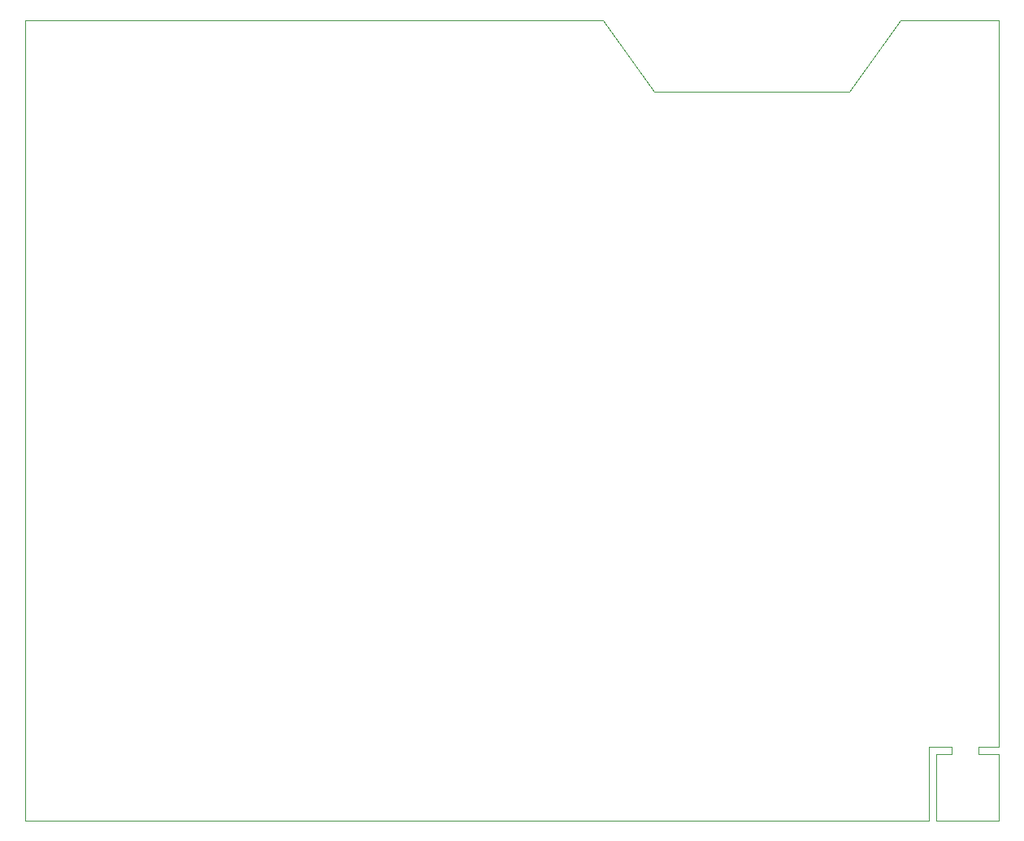
<source format=gbr>
%TF.GenerationSoftware,KiCad,Pcbnew,6.0.11+dfsg-1~bpo11+1*%
%TF.CreationDate,2024-01-26T07:42:42-05:00*%
%TF.ProjectId,Thermostat,54686572-6d6f-4737-9461-742e6b696361,V0.5.2*%
%TF.SameCoordinates,Original*%
%TF.FileFunction,Profile,NP*%
%FSLAX46Y46*%
G04 Gerber Fmt 4.6, Leading zero omitted, Abs format (unit mm)*
G04 Created by KiCad (PCBNEW 6.0.11+dfsg-1~bpo11+1) date 2024-01-26 07:42:42*
%MOMM*%
%LPD*%
G01*
G04 APERTURE LIST*
%TA.AperFunction,Profile*%
%ADD10C,0.100000*%
%TD*%
G04 APERTURE END LIST*
D10*
X212160000Y-141650000D02*
X212158000Y-65920000D01*
X204840000Y-149340000D02*
X204840000Y-141650000D01*
X212160000Y-142410000D02*
X210070000Y-142410000D01*
X212170000Y-149350000D02*
X212160000Y-142410000D01*
X205590000Y-149350000D02*
X212170000Y-149350000D01*
X110682000Y-65920000D02*
X110682000Y-149340000D01*
X205590000Y-142410000D02*
X205590000Y-149350000D01*
X210070000Y-141650000D02*
X212160000Y-141650000D01*
X207270000Y-142410000D02*
X205590000Y-142410000D01*
X170900000Y-65920000D02*
X110682000Y-65920000D01*
X196540000Y-73320000D02*
X176240000Y-73320000D01*
X207270000Y-141650000D02*
X207270000Y-142410000D01*
X201870000Y-65910000D02*
X196540000Y-73320000D01*
X212158000Y-65920000D02*
X201870000Y-65910000D01*
X110682000Y-149340000D02*
X204840000Y-149340000D01*
X210070000Y-142410000D02*
X210070000Y-141650000D01*
X204840000Y-141650000D02*
X207270000Y-141650000D01*
X176240000Y-73320000D02*
X170900000Y-65920000D01*
M02*

</source>
